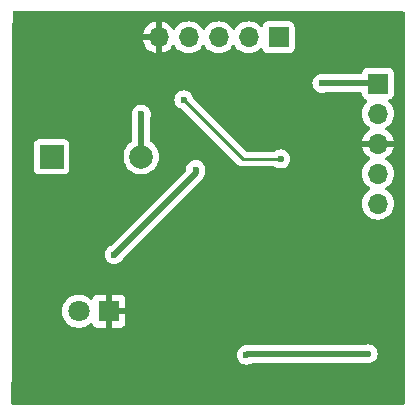
<source format=gbr>
%TF.GenerationSoftware,KiCad,Pcbnew,8.0.6*%
%TF.CreationDate,2024-10-18T13:40:27-03:00*%
%TF.ProjectId,FritzenLab-egg-timer,46726974-7a65-46e4-9c61-622d6567672d,rev?*%
%TF.SameCoordinates,Original*%
%TF.FileFunction,Copper,L2,Bot*%
%TF.FilePolarity,Positive*%
%FSLAX46Y46*%
G04 Gerber Fmt 4.6, Leading zero omitted, Abs format (unit mm)*
G04 Created by KiCad (PCBNEW 8.0.6) date 2024-10-18 13:40:27*
%MOMM*%
%LPD*%
G01*
G04 APERTURE LIST*
%TA.AperFunction,ComponentPad*%
%ADD10R,1.700000X1.700000*%
%TD*%
%TA.AperFunction,ComponentPad*%
%ADD11O,1.700000X1.700000*%
%TD*%
%TA.AperFunction,ComponentPad*%
%ADD12R,1.800000X1.800000*%
%TD*%
%TA.AperFunction,ComponentPad*%
%ADD13C,1.800000*%
%TD*%
%TA.AperFunction,ComponentPad*%
%ADD14R,2.000000X2.000000*%
%TD*%
%TA.AperFunction,ComponentPad*%
%ADD15C,2.000000*%
%TD*%
%TA.AperFunction,ViaPad*%
%ADD16C,0.600000*%
%TD*%
%TA.AperFunction,Conductor*%
%ADD17C,0.500000*%
%TD*%
%TA.AperFunction,Conductor*%
%ADD18C,0.250000*%
%TD*%
G04 APERTURE END LIST*
D10*
%TO.P,J1,1,Pin_1*%
%TO.N,VCC*%
X89720000Y-37800000D03*
D11*
%TO.P,J1,2,Pin_2*%
%TO.N,unconnected-(J1-Pin_2-Pad2)*%
X87180000Y-37800000D03*
%TO.P,J1,3,Pin_3*%
%TO.N,unconnected-(J1-Pin_3-Pad3)*%
X84640000Y-37800000D03*
%TO.P,J1,4,Pin_4*%
%TO.N,unconnected-(J1-Pin_4-Pad4)*%
X82100000Y-37800000D03*
%TO.P,J1,5,Pin_5*%
%TO.N,GND*%
X79560000Y-37800000D03*
%TD*%
D12*
%TO.P,D1,1,K*%
%TO.N,GND*%
X75340000Y-61000000D03*
D13*
%TO.P,D1,2,A*%
%TO.N,Net-(D1-A)*%
X72800000Y-61000000D03*
%TD*%
D14*
%TO.P,BZ1,1,+*%
%TO.N,VCC*%
X70500000Y-47900000D03*
D15*
%TO.P,BZ1,2,-*%
%TO.N,Net-(BZ1--)*%
X78100000Y-47900000D03*
%TD*%
D10*
%TO.P,J2,1,Pin_1*%
%TO.N,MCLR*%
X98125000Y-41720000D03*
D11*
%TO.P,J2,2,Pin_2*%
%TO.N,VCC*%
X98125000Y-44260000D03*
%TO.P,J2,3,Pin_3*%
%TO.N,GND*%
X98125000Y-46800000D03*
%TO.P,J2,4,Pin_4*%
%TO.N,Analog*%
X98125000Y-49340000D03*
%TO.P,J2,5,Pin_5*%
%TO.N,PGC*%
X98125000Y-51880000D03*
%TD*%
D16*
%TO.N,Net-(BZ1--)*%
X78100000Y-44300000D03*
%TO.N,GND*%
X95700000Y-43200000D03*
X83500000Y-42500000D03*
X91400000Y-42200000D03*
%TO.N,Analog*%
X97300000Y-64600000D03*
X87000000Y-64700000D03*
%TO.N,MCLR*%
X93400000Y-41700000D03*
%TO.N,LED*%
X82700000Y-49000000D03*
X75800000Y-56200000D03*
%TO.N,Buzzer*%
X81700000Y-43100000D03*
X89900000Y-48100000D03*
%TD*%
D17*
%TO.N,Net-(BZ1--)*%
X78100000Y-44300000D02*
X78100000Y-47900000D01*
%TO.N,Analog*%
X97300000Y-64600000D02*
X87100000Y-64600000D01*
X87100000Y-64600000D02*
X87000000Y-64700000D01*
%TO.N,MCLR*%
X93400000Y-41700000D02*
X98105000Y-41700000D01*
X98105000Y-41700000D02*
X98125000Y-41720000D01*
%TO.N,LED*%
X82700000Y-49300000D02*
X82700000Y-49000000D01*
X75800000Y-56200000D02*
X82700000Y-49300000D01*
D18*
%TO.N,Buzzer*%
X81700000Y-43100000D02*
X86700000Y-48100000D01*
X86700000Y-48100000D02*
X89900000Y-48100000D01*
%TD*%
%TA.AperFunction,Conductor*%
%TO.N,GND*%
G36*
X100343039Y-35620185D02*
G01*
X100388794Y-35672989D01*
X100400000Y-35724500D01*
X100400000Y-68776000D01*
X100380315Y-68843039D01*
X100327511Y-68888794D01*
X100276000Y-68900000D01*
X67224500Y-68900000D01*
X67157461Y-68880315D01*
X67111706Y-68827511D01*
X67100500Y-68776000D01*
X67100500Y-68733500D01*
X67100501Y-68733128D01*
X67110733Y-65325788D01*
X67112612Y-64699996D01*
X86194435Y-64699996D01*
X86194435Y-64700003D01*
X86214630Y-64879249D01*
X86214631Y-64879254D01*
X86274211Y-65049523D01*
X86370184Y-65202262D01*
X86497738Y-65329816D01*
X86650478Y-65425789D01*
X86820739Y-65485366D01*
X86820745Y-65485368D01*
X86820750Y-65485369D01*
X86999996Y-65505565D01*
X87000000Y-65505565D01*
X87000004Y-65505565D01*
X87179249Y-65485369D01*
X87179251Y-65485368D01*
X87179255Y-65485368D01*
X87179258Y-65485366D01*
X87179262Y-65485366D01*
X87269377Y-65453832D01*
X87349522Y-65425789D01*
X87439096Y-65369505D01*
X87505068Y-65350500D01*
X97000028Y-65350500D01*
X97040983Y-65357458D01*
X97120745Y-65385368D01*
X97120750Y-65385369D01*
X97299996Y-65405565D01*
X97300000Y-65405565D01*
X97300004Y-65405565D01*
X97479249Y-65385369D01*
X97479252Y-65385368D01*
X97479255Y-65385368D01*
X97649522Y-65325789D01*
X97802262Y-65229816D01*
X97929816Y-65102262D01*
X98025789Y-64949522D01*
X98085368Y-64779255D01*
X98085369Y-64779249D01*
X98105565Y-64600003D01*
X98105565Y-64599996D01*
X98085369Y-64420750D01*
X98085368Y-64420745D01*
X98025789Y-64250478D01*
X97929816Y-64097738D01*
X97802262Y-63970184D01*
X97775764Y-63953534D01*
X97649523Y-63874211D01*
X97479254Y-63814631D01*
X97479249Y-63814630D01*
X97300004Y-63794435D01*
X97299996Y-63794435D01*
X97120750Y-63814630D01*
X97120745Y-63814631D01*
X97040983Y-63842542D01*
X97000028Y-63849500D01*
X87026080Y-63849500D01*
X86881092Y-63878340D01*
X86881086Y-63878342D01*
X86744501Y-63934917D01*
X86737493Y-63939600D01*
X86709567Y-63953534D01*
X86650481Y-63974210D01*
X86650478Y-63974211D01*
X86497737Y-64070184D01*
X86370184Y-64197737D01*
X86274211Y-64350476D01*
X86214631Y-64520745D01*
X86214630Y-64520750D01*
X86194435Y-64699996D01*
X67112612Y-64699996D01*
X67123724Y-60999993D01*
X71394700Y-60999993D01*
X71394700Y-61000006D01*
X71413864Y-61231297D01*
X71413866Y-61231308D01*
X71470842Y-61456300D01*
X71564075Y-61668848D01*
X71691016Y-61863147D01*
X71691019Y-61863151D01*
X71691021Y-61863153D01*
X71848216Y-62033913D01*
X71848219Y-62033915D01*
X71848222Y-62033918D01*
X72031365Y-62176464D01*
X72031371Y-62176468D01*
X72031374Y-62176470D01*
X72235497Y-62286936D01*
X72349487Y-62326068D01*
X72455015Y-62362297D01*
X72455017Y-62362297D01*
X72455019Y-62362298D01*
X72683951Y-62400500D01*
X72683952Y-62400500D01*
X72916048Y-62400500D01*
X72916049Y-62400500D01*
X73144981Y-62362298D01*
X73364503Y-62286936D01*
X73568626Y-62176470D01*
X73751784Y-62033913D01*
X73760511Y-62024432D01*
X73820394Y-61988441D01*
X73890232Y-61990538D01*
X73947850Y-62030060D01*
X73967924Y-62065080D01*
X73996645Y-62142086D01*
X73996649Y-62142093D01*
X74082809Y-62257187D01*
X74082812Y-62257190D01*
X74197906Y-62343350D01*
X74197913Y-62343354D01*
X74332620Y-62393596D01*
X74332627Y-62393598D01*
X74392155Y-62399999D01*
X74392172Y-62400000D01*
X75090000Y-62400000D01*
X75090000Y-61375277D01*
X75166306Y-61419333D01*
X75280756Y-61450000D01*
X75399244Y-61450000D01*
X75513694Y-61419333D01*
X75590000Y-61375277D01*
X75590000Y-62400000D01*
X76287828Y-62400000D01*
X76287844Y-62399999D01*
X76347372Y-62393598D01*
X76347379Y-62393596D01*
X76482086Y-62343354D01*
X76482093Y-62343350D01*
X76597187Y-62257190D01*
X76597190Y-62257187D01*
X76683350Y-62142093D01*
X76683354Y-62142086D01*
X76733596Y-62007379D01*
X76733598Y-62007372D01*
X76739999Y-61947844D01*
X76740000Y-61947827D01*
X76740000Y-61250000D01*
X75715278Y-61250000D01*
X75759333Y-61173694D01*
X75790000Y-61059244D01*
X75790000Y-60940756D01*
X75759333Y-60826306D01*
X75715278Y-60750000D01*
X76740000Y-60750000D01*
X76740000Y-60052172D01*
X76739999Y-60052155D01*
X76733598Y-59992627D01*
X76733596Y-59992620D01*
X76683354Y-59857913D01*
X76683350Y-59857906D01*
X76597190Y-59742812D01*
X76597187Y-59742809D01*
X76482093Y-59656649D01*
X76482086Y-59656645D01*
X76347379Y-59606403D01*
X76347372Y-59606401D01*
X76287844Y-59600000D01*
X75590000Y-59600000D01*
X75590000Y-60624722D01*
X75513694Y-60580667D01*
X75399244Y-60550000D01*
X75280756Y-60550000D01*
X75166306Y-60580667D01*
X75090000Y-60624722D01*
X75090000Y-59600000D01*
X74392155Y-59600000D01*
X74332627Y-59606401D01*
X74332620Y-59606403D01*
X74197913Y-59656645D01*
X74197906Y-59656649D01*
X74082812Y-59742809D01*
X74082809Y-59742812D01*
X73996649Y-59857906D01*
X73996646Y-59857911D01*
X73967924Y-59934920D01*
X73926052Y-59990853D01*
X73860588Y-60015270D01*
X73792315Y-60000418D01*
X73760514Y-59975571D01*
X73751784Y-59966087D01*
X73751779Y-59966083D01*
X73751777Y-59966081D01*
X73568634Y-59823535D01*
X73568628Y-59823531D01*
X73364504Y-59713064D01*
X73364495Y-59713061D01*
X73144984Y-59637702D01*
X72957404Y-59606401D01*
X72916049Y-59599500D01*
X72683951Y-59599500D01*
X72642596Y-59606401D01*
X72455015Y-59637702D01*
X72235504Y-59713061D01*
X72235495Y-59713064D01*
X72031371Y-59823531D01*
X72031365Y-59823535D01*
X71848222Y-59966081D01*
X71848219Y-59966084D01*
X71848216Y-59966086D01*
X71848216Y-59966087D01*
X71823791Y-59992620D01*
X71691016Y-60136852D01*
X71564075Y-60331151D01*
X71470842Y-60543699D01*
X71413866Y-60768691D01*
X71413864Y-60768702D01*
X71394700Y-60999993D01*
X67123724Y-60999993D01*
X67138138Y-56199996D01*
X74994435Y-56199996D01*
X74994435Y-56200003D01*
X75014630Y-56379249D01*
X75014631Y-56379254D01*
X75074211Y-56549523D01*
X75170184Y-56702262D01*
X75297738Y-56829816D01*
X75450478Y-56925789D01*
X75620745Y-56985368D01*
X75620750Y-56985369D01*
X75799996Y-57005565D01*
X75800000Y-57005565D01*
X75800004Y-57005565D01*
X75979249Y-56985369D01*
X75979252Y-56985368D01*
X75979255Y-56985368D01*
X76149522Y-56925789D01*
X76302262Y-56829816D01*
X76429816Y-56702262D01*
X76525789Y-56549522D01*
X76525790Y-56549520D01*
X76528812Y-56543245D01*
X76530652Y-56544131D01*
X76553307Y-56508058D01*
X83282952Y-49778415D01*
X83318115Y-49725789D01*
X83365084Y-49655495D01*
X83398257Y-49575408D01*
X83421659Y-49518912D01*
X83450500Y-49373917D01*
X83450500Y-49299972D01*
X83457458Y-49259017D01*
X83485368Y-49179254D01*
X83485369Y-49179249D01*
X83505565Y-49000003D01*
X83505565Y-48999996D01*
X83485369Y-48820750D01*
X83485368Y-48820745D01*
X83458691Y-48744506D01*
X83425789Y-48650478D01*
X83416011Y-48634917D01*
X83330441Y-48498733D01*
X83329816Y-48497738D01*
X83202262Y-48370184D01*
X83049523Y-48274211D01*
X82879254Y-48214631D01*
X82879249Y-48214630D01*
X82700004Y-48194435D01*
X82699996Y-48194435D01*
X82520750Y-48214630D01*
X82520745Y-48214631D01*
X82350476Y-48274211D01*
X82197737Y-48370184D01*
X82070184Y-48497737D01*
X81974211Y-48650476D01*
X81914631Y-48820745D01*
X81914630Y-48820749D01*
X81893680Y-49006693D01*
X81866613Y-49071107D01*
X81858141Y-49080490D01*
X75491939Y-55446692D01*
X75455872Y-55469359D01*
X75456753Y-55471188D01*
X75450483Y-55474207D01*
X75297737Y-55570184D01*
X75170184Y-55697737D01*
X75074211Y-55850476D01*
X75014631Y-56020745D01*
X75014630Y-56020750D01*
X74994435Y-56199996D01*
X67138138Y-56199996D01*
X67166210Y-46852135D01*
X68999500Y-46852135D01*
X68999500Y-48947870D01*
X68999501Y-48947876D01*
X69005908Y-49007483D01*
X69056202Y-49142328D01*
X69056206Y-49142335D01*
X69142452Y-49257544D01*
X69142455Y-49257547D01*
X69257664Y-49343793D01*
X69257671Y-49343797D01*
X69392517Y-49394091D01*
X69392516Y-49394091D01*
X69399444Y-49394835D01*
X69452127Y-49400500D01*
X71547872Y-49400499D01*
X71607483Y-49394091D01*
X71742331Y-49343796D01*
X71857546Y-49257546D01*
X71943796Y-49142331D01*
X71994091Y-49007483D01*
X72000500Y-48947873D01*
X72000499Y-47899994D01*
X76594357Y-47899994D01*
X76594357Y-47900005D01*
X76614890Y-48147812D01*
X76614892Y-48147824D01*
X76675936Y-48388881D01*
X76775826Y-48616606D01*
X76911833Y-48824782D01*
X76911836Y-48824785D01*
X77080256Y-49007738D01*
X77276491Y-49160474D01*
X77495190Y-49278828D01*
X77730386Y-49359571D01*
X77975665Y-49400500D01*
X78224335Y-49400500D01*
X78469614Y-49359571D01*
X78704810Y-49278828D01*
X78923509Y-49160474D01*
X79119744Y-49007738D01*
X79288164Y-48824785D01*
X79424173Y-48616607D01*
X79524063Y-48388881D01*
X79585108Y-48147821D01*
X79585109Y-48147812D01*
X79605643Y-47900005D01*
X79605643Y-47899994D01*
X79585109Y-47652187D01*
X79585107Y-47652175D01*
X79524063Y-47411118D01*
X79424173Y-47183393D01*
X79288166Y-46975217D01*
X79187464Y-46865826D01*
X79119744Y-46792262D01*
X78923509Y-46639526D01*
X78915477Y-46635179D01*
X78865891Y-46585961D01*
X78850500Y-46526128D01*
X78850500Y-44599972D01*
X78857458Y-44559017D01*
X78879716Y-44495408D01*
X78885368Y-44479255D01*
X78905565Y-44300000D01*
X78901058Y-44260000D01*
X78885369Y-44120750D01*
X78885368Y-44120745D01*
X78851724Y-44024596D01*
X78825789Y-43950478D01*
X78805216Y-43917737D01*
X78784877Y-43885367D01*
X78729816Y-43797738D01*
X78602262Y-43670184D01*
X78449523Y-43574211D01*
X78279254Y-43514631D01*
X78279249Y-43514630D01*
X78100004Y-43494435D01*
X78099996Y-43494435D01*
X77920750Y-43514630D01*
X77920745Y-43514631D01*
X77750476Y-43574211D01*
X77597737Y-43670184D01*
X77470184Y-43797737D01*
X77374211Y-43950476D01*
X77314631Y-44120745D01*
X77314630Y-44120750D01*
X77294435Y-44299996D01*
X77294435Y-44300003D01*
X77314630Y-44479249D01*
X77314631Y-44479254D01*
X77342542Y-44559017D01*
X77349500Y-44599972D01*
X77349500Y-46526128D01*
X77329815Y-46593167D01*
X77284522Y-46635179D01*
X77276491Y-46639526D01*
X77154887Y-46734174D01*
X77080257Y-46792261D01*
X76911833Y-46975217D01*
X76775826Y-47183393D01*
X76675936Y-47411118D01*
X76614892Y-47652175D01*
X76614890Y-47652187D01*
X76594357Y-47899994D01*
X72000499Y-47899994D01*
X72000499Y-46852128D01*
X71994091Y-46792517D01*
X71972330Y-46734174D01*
X71943797Y-46657671D01*
X71943793Y-46657664D01*
X71857547Y-46542455D01*
X71857544Y-46542452D01*
X71742335Y-46456206D01*
X71742328Y-46456202D01*
X71607482Y-46405908D01*
X71607483Y-46405908D01*
X71547883Y-46399501D01*
X71547881Y-46399500D01*
X71547873Y-46399500D01*
X71547864Y-46399500D01*
X69452129Y-46399500D01*
X69452123Y-46399501D01*
X69392516Y-46405908D01*
X69257671Y-46456202D01*
X69257664Y-46456206D01*
X69142455Y-46542452D01*
X69142452Y-46542455D01*
X69056206Y-46657664D01*
X69056202Y-46657671D01*
X69005908Y-46792517D01*
X68999501Y-46852116D01*
X68999501Y-46852123D01*
X68999500Y-46852135D01*
X67166210Y-46852135D01*
X67177478Y-43099996D01*
X80894435Y-43099996D01*
X80894435Y-43100003D01*
X80914630Y-43279249D01*
X80914631Y-43279254D01*
X80974211Y-43449523D01*
X81015122Y-43514632D01*
X81070184Y-43602262D01*
X81197738Y-43729816D01*
X81288080Y-43786582D01*
X81305833Y-43797737D01*
X81350478Y-43825789D01*
X81520745Y-43885368D01*
X81567823Y-43890672D01*
X81632236Y-43917737D01*
X81641621Y-43926211D01*
X86211016Y-48495606D01*
X86211045Y-48495637D01*
X86301263Y-48585855D01*
X86301267Y-48585858D01*
X86374687Y-48634916D01*
X86374688Y-48634917D01*
X86403709Y-48654309D01*
X86403712Y-48654310D01*
X86403715Y-48654312D01*
X86458825Y-48677139D01*
X86517548Y-48701463D01*
X86547215Y-48707363D01*
X86573980Y-48712688D01*
X86574000Y-48712691D01*
X86574022Y-48712696D01*
X86638391Y-48725499D01*
X86638392Y-48725500D01*
X86638393Y-48725500D01*
X86638394Y-48725500D01*
X89355145Y-48725500D01*
X89421117Y-48744506D01*
X89542450Y-48820745D01*
X89550478Y-48825789D01*
X89694930Y-48876335D01*
X89720745Y-48885368D01*
X89720750Y-48885369D01*
X89899996Y-48905565D01*
X89900000Y-48905565D01*
X89900004Y-48905565D01*
X90079249Y-48885369D01*
X90079252Y-48885368D01*
X90079255Y-48885368D01*
X90249522Y-48825789D01*
X90402262Y-48729816D01*
X90529816Y-48602262D01*
X90625789Y-48449522D01*
X90685368Y-48279255D01*
X90685369Y-48279249D01*
X90705565Y-48100003D01*
X90705565Y-48099996D01*
X90685369Y-47920750D01*
X90685368Y-47920745D01*
X90625788Y-47750476D01*
X90575901Y-47671082D01*
X90529816Y-47597738D01*
X90402262Y-47470184D01*
X90378883Y-47455494D01*
X90249523Y-47374211D01*
X90079254Y-47314631D01*
X90079249Y-47314630D01*
X89900004Y-47294435D01*
X89899996Y-47294435D01*
X89720750Y-47314630D01*
X89720745Y-47314631D01*
X89550476Y-47374211D01*
X89421117Y-47455494D01*
X89355145Y-47474500D01*
X87010452Y-47474500D01*
X86943413Y-47454815D01*
X86922771Y-47438181D01*
X82526211Y-43041621D01*
X82492726Y-42980298D01*
X82490673Y-42967838D01*
X82485368Y-42920745D01*
X82425789Y-42750478D01*
X82329816Y-42597738D01*
X82202262Y-42470184D01*
X82131608Y-42425789D01*
X82049523Y-42374211D01*
X81879254Y-42314631D01*
X81879249Y-42314630D01*
X81700004Y-42294435D01*
X81699996Y-42294435D01*
X81520750Y-42314630D01*
X81520745Y-42314631D01*
X81350476Y-42374211D01*
X81197737Y-42470184D01*
X81070184Y-42597737D01*
X80974211Y-42750476D01*
X80914631Y-42920745D01*
X80914630Y-42920750D01*
X80894435Y-43099996D01*
X67177478Y-43099996D01*
X67181682Y-41699996D01*
X92594435Y-41699996D01*
X92594435Y-41700003D01*
X92614630Y-41879249D01*
X92614631Y-41879254D01*
X92674211Y-42049523D01*
X92770184Y-42202262D01*
X92897738Y-42329816D01*
X93050478Y-42425789D01*
X93220745Y-42485368D01*
X93220750Y-42485369D01*
X93399996Y-42505565D01*
X93400000Y-42505565D01*
X93400004Y-42505565D01*
X93579249Y-42485369D01*
X93579252Y-42485368D01*
X93579255Y-42485368D01*
X93659017Y-42457457D01*
X93699972Y-42450500D01*
X96650501Y-42450500D01*
X96717540Y-42470185D01*
X96763295Y-42522989D01*
X96774501Y-42574500D01*
X96774501Y-42617876D01*
X96780908Y-42677483D01*
X96831202Y-42812328D01*
X96831206Y-42812335D01*
X96917452Y-42927544D01*
X96917455Y-42927547D01*
X97032664Y-43013793D01*
X97032671Y-43013797D01*
X97164081Y-43062810D01*
X97220015Y-43104681D01*
X97244432Y-43170145D01*
X97229580Y-43238418D01*
X97208430Y-43266673D01*
X97086503Y-43388600D01*
X96950965Y-43582169D01*
X96950964Y-43582171D01*
X96851098Y-43796335D01*
X96851094Y-43796344D01*
X96789938Y-44024586D01*
X96789936Y-44024596D01*
X96769341Y-44259999D01*
X96769341Y-44260000D01*
X96789936Y-44495403D01*
X96789938Y-44495413D01*
X96851094Y-44723655D01*
X96851096Y-44723659D01*
X96851097Y-44723663D01*
X96950965Y-44937830D01*
X96950967Y-44937834D01*
X97086501Y-45131395D01*
X97086506Y-45131402D01*
X97253597Y-45298493D01*
X97253603Y-45298498D01*
X97439594Y-45428730D01*
X97483219Y-45483307D01*
X97490413Y-45552805D01*
X97458890Y-45615160D01*
X97439595Y-45631880D01*
X97253922Y-45761890D01*
X97253920Y-45761891D01*
X97086891Y-45928920D01*
X97086886Y-45928926D01*
X96951400Y-46122420D01*
X96951399Y-46122422D01*
X96851570Y-46336507D01*
X96851567Y-46336513D01*
X96794364Y-46549999D01*
X96794364Y-46550000D01*
X97691988Y-46550000D01*
X97659075Y-46607007D01*
X97625000Y-46734174D01*
X97625000Y-46865826D01*
X97659075Y-46992993D01*
X97691988Y-47050000D01*
X96794364Y-47050000D01*
X96851567Y-47263486D01*
X96851570Y-47263492D01*
X96951399Y-47477578D01*
X97086894Y-47671082D01*
X97253917Y-47838105D01*
X97439595Y-47968119D01*
X97483219Y-48022696D01*
X97490412Y-48092195D01*
X97458890Y-48154549D01*
X97439595Y-48171269D01*
X97253594Y-48301508D01*
X97086505Y-48468597D01*
X96950965Y-48662169D01*
X96950964Y-48662171D01*
X96851098Y-48876335D01*
X96851094Y-48876344D01*
X96789938Y-49104586D01*
X96789936Y-49104596D01*
X96769341Y-49339999D01*
X96769341Y-49340000D01*
X96789936Y-49575403D01*
X96789938Y-49575413D01*
X96851094Y-49803655D01*
X96851096Y-49803659D01*
X96851097Y-49803663D01*
X96950965Y-50017830D01*
X96950967Y-50017834D01*
X97086501Y-50211395D01*
X97086506Y-50211402D01*
X97253597Y-50378493D01*
X97253603Y-50378498D01*
X97439158Y-50508425D01*
X97482783Y-50563002D01*
X97489977Y-50632500D01*
X97458454Y-50694855D01*
X97439158Y-50711575D01*
X97253597Y-50841505D01*
X97086505Y-51008597D01*
X96950965Y-51202169D01*
X96950964Y-51202171D01*
X96851098Y-51416335D01*
X96851094Y-51416344D01*
X96789938Y-51644586D01*
X96789936Y-51644596D01*
X96769341Y-51879999D01*
X96769341Y-51880000D01*
X96789936Y-52115403D01*
X96789938Y-52115413D01*
X96851094Y-52343655D01*
X96851096Y-52343659D01*
X96851097Y-52343663D01*
X96950965Y-52557830D01*
X96950967Y-52557834D01*
X97059281Y-52712521D01*
X97086505Y-52751401D01*
X97253599Y-52918495D01*
X97350384Y-52986265D01*
X97447165Y-53054032D01*
X97447167Y-53054033D01*
X97447170Y-53054035D01*
X97661337Y-53153903D01*
X97889592Y-53215063D01*
X98077918Y-53231539D01*
X98124999Y-53235659D01*
X98125000Y-53235659D01*
X98125001Y-53235659D01*
X98164234Y-53232226D01*
X98360408Y-53215063D01*
X98588663Y-53153903D01*
X98802830Y-53054035D01*
X98996401Y-52918495D01*
X99163495Y-52751401D01*
X99299035Y-52557830D01*
X99398903Y-52343663D01*
X99460063Y-52115408D01*
X99480659Y-51880000D01*
X99460063Y-51644592D01*
X99398903Y-51416337D01*
X99299035Y-51202171D01*
X99163495Y-51008599D01*
X99163494Y-51008597D01*
X98996402Y-50841506D01*
X98996396Y-50841501D01*
X98810842Y-50711575D01*
X98767217Y-50656998D01*
X98760023Y-50587500D01*
X98791546Y-50525145D01*
X98810842Y-50508425D01*
X98833026Y-50492891D01*
X98996401Y-50378495D01*
X99163495Y-50211401D01*
X99299035Y-50017830D01*
X99398903Y-49803663D01*
X99460063Y-49575408D01*
X99480659Y-49340000D01*
X99460063Y-49104592D01*
X99398903Y-48876337D01*
X99299035Y-48662171D01*
X99290847Y-48650476D01*
X99163494Y-48468597D01*
X98996402Y-48301506D01*
X98996401Y-48301505D01*
X98810405Y-48171269D01*
X98766781Y-48116692D01*
X98759588Y-48047193D01*
X98791110Y-47984839D01*
X98810405Y-47968119D01*
X98996082Y-47838105D01*
X99163105Y-47671082D01*
X99298600Y-47477578D01*
X99398429Y-47263492D01*
X99398432Y-47263486D01*
X99455636Y-47050000D01*
X98558012Y-47050000D01*
X98590925Y-46992993D01*
X98625000Y-46865826D01*
X98625000Y-46734174D01*
X98590925Y-46607007D01*
X98558012Y-46550000D01*
X99455636Y-46550000D01*
X99455635Y-46549999D01*
X99398432Y-46336513D01*
X99398429Y-46336507D01*
X99298600Y-46122422D01*
X99298599Y-46122420D01*
X99163113Y-45928926D01*
X99163108Y-45928920D01*
X98996078Y-45761890D01*
X98810405Y-45631879D01*
X98766780Y-45577302D01*
X98759588Y-45507804D01*
X98791110Y-45445449D01*
X98810406Y-45428730D01*
X98996401Y-45298495D01*
X99163495Y-45131401D01*
X99299035Y-44937830D01*
X99398903Y-44723663D01*
X99460063Y-44495408D01*
X99480659Y-44260000D01*
X99460063Y-44024592D01*
X99406794Y-43825788D01*
X99398905Y-43796344D01*
X99398904Y-43796343D01*
X99398903Y-43796337D01*
X99299035Y-43582171D01*
X99293461Y-43574211D01*
X99163496Y-43388600D01*
X99163495Y-43388599D01*
X99041567Y-43266671D01*
X99008084Y-43205351D01*
X99013068Y-43135659D01*
X99054939Y-43079725D01*
X99085915Y-43062810D01*
X99217331Y-43013796D01*
X99332546Y-42927546D01*
X99418796Y-42812331D01*
X99469091Y-42677483D01*
X99475500Y-42617873D01*
X99475499Y-40822128D01*
X99469091Y-40762517D01*
X99418796Y-40627669D01*
X99418795Y-40627668D01*
X99418793Y-40627664D01*
X99332547Y-40512455D01*
X99332544Y-40512452D01*
X99217335Y-40426206D01*
X99217328Y-40426202D01*
X99082482Y-40375908D01*
X99082483Y-40375908D01*
X99022883Y-40369501D01*
X99022881Y-40369500D01*
X99022873Y-40369500D01*
X99022864Y-40369500D01*
X97227129Y-40369500D01*
X97227123Y-40369501D01*
X97167516Y-40375908D01*
X97032671Y-40426202D01*
X97032664Y-40426206D01*
X96917455Y-40512452D01*
X96917452Y-40512455D01*
X96831206Y-40627664D01*
X96831202Y-40627671D01*
X96780908Y-40762517D01*
X96774501Y-40822116D01*
X96774501Y-40822123D01*
X96774500Y-40822135D01*
X96774500Y-40825500D01*
X96754815Y-40892539D01*
X96702011Y-40938294D01*
X96650500Y-40949500D01*
X93699972Y-40949500D01*
X93659017Y-40942542D01*
X93579254Y-40914631D01*
X93579249Y-40914630D01*
X93400004Y-40894435D01*
X93399996Y-40894435D01*
X93220750Y-40914630D01*
X93220745Y-40914631D01*
X93050476Y-40974211D01*
X92897737Y-41070184D01*
X92770184Y-41197737D01*
X92674211Y-41350476D01*
X92614631Y-41520745D01*
X92614630Y-41520750D01*
X92594435Y-41699996D01*
X67181682Y-41699996D01*
X67194144Y-37549999D01*
X78229364Y-37549999D01*
X78229364Y-37550000D01*
X79126988Y-37550000D01*
X79094075Y-37607007D01*
X79060000Y-37734174D01*
X79060000Y-37865826D01*
X79094075Y-37992993D01*
X79126988Y-38050000D01*
X78229364Y-38050000D01*
X78286567Y-38263486D01*
X78286570Y-38263492D01*
X78386399Y-38477578D01*
X78521894Y-38671082D01*
X78688917Y-38838105D01*
X78882421Y-38973600D01*
X79096507Y-39073429D01*
X79096516Y-39073433D01*
X79310000Y-39130634D01*
X79310000Y-38233012D01*
X79367007Y-38265925D01*
X79494174Y-38300000D01*
X79625826Y-38300000D01*
X79752993Y-38265925D01*
X79810000Y-38233012D01*
X79810000Y-39130633D01*
X80023483Y-39073433D01*
X80023492Y-39073429D01*
X80237578Y-38973600D01*
X80431082Y-38838105D01*
X80598105Y-38671082D01*
X80728119Y-38485405D01*
X80782696Y-38441781D01*
X80852195Y-38434588D01*
X80914549Y-38466110D01*
X80931269Y-38485405D01*
X81061505Y-38671401D01*
X81228599Y-38838495D01*
X81325384Y-38906265D01*
X81422165Y-38974032D01*
X81422167Y-38974033D01*
X81422170Y-38974035D01*
X81636337Y-39073903D01*
X81864592Y-39135063D01*
X82041034Y-39150500D01*
X82099999Y-39155659D01*
X82100000Y-39155659D01*
X82100001Y-39155659D01*
X82158966Y-39150500D01*
X82335408Y-39135063D01*
X82563663Y-39073903D01*
X82777830Y-38974035D01*
X82971401Y-38838495D01*
X83138495Y-38671401D01*
X83268425Y-38485842D01*
X83323002Y-38442217D01*
X83392500Y-38435023D01*
X83454855Y-38466546D01*
X83471575Y-38485842D01*
X83601281Y-38671082D01*
X83601505Y-38671401D01*
X83768599Y-38838495D01*
X83865384Y-38906265D01*
X83962165Y-38974032D01*
X83962167Y-38974033D01*
X83962170Y-38974035D01*
X84176337Y-39073903D01*
X84404592Y-39135063D01*
X84581034Y-39150500D01*
X84639999Y-39155659D01*
X84640000Y-39155659D01*
X84640001Y-39155659D01*
X84698966Y-39150500D01*
X84875408Y-39135063D01*
X85103663Y-39073903D01*
X85317830Y-38974035D01*
X85511401Y-38838495D01*
X85678495Y-38671401D01*
X85808425Y-38485842D01*
X85863002Y-38442217D01*
X85932500Y-38435023D01*
X85994855Y-38466546D01*
X86011575Y-38485842D01*
X86141281Y-38671082D01*
X86141505Y-38671401D01*
X86308599Y-38838495D01*
X86405384Y-38906265D01*
X86502165Y-38974032D01*
X86502167Y-38974033D01*
X86502170Y-38974035D01*
X86716337Y-39073903D01*
X86944592Y-39135063D01*
X87121034Y-39150500D01*
X87179999Y-39155659D01*
X87180000Y-39155659D01*
X87180001Y-39155659D01*
X87238966Y-39150500D01*
X87415408Y-39135063D01*
X87643663Y-39073903D01*
X87857830Y-38974035D01*
X88051401Y-38838495D01*
X88173329Y-38716566D01*
X88234648Y-38683084D01*
X88304340Y-38688068D01*
X88360274Y-38729939D01*
X88377189Y-38760917D01*
X88426202Y-38892328D01*
X88426206Y-38892335D01*
X88512452Y-39007544D01*
X88512455Y-39007547D01*
X88627664Y-39093793D01*
X88627671Y-39093797D01*
X88762517Y-39144091D01*
X88762516Y-39144091D01*
X88769444Y-39144835D01*
X88822127Y-39150500D01*
X90617872Y-39150499D01*
X90677483Y-39144091D01*
X90812331Y-39093796D01*
X90927546Y-39007546D01*
X91013796Y-38892331D01*
X91064091Y-38757483D01*
X91070500Y-38697873D01*
X91070499Y-36902128D01*
X91064091Y-36842517D01*
X91062810Y-36839083D01*
X91013797Y-36707671D01*
X91013793Y-36707664D01*
X90927547Y-36592455D01*
X90927544Y-36592452D01*
X90812335Y-36506206D01*
X90812328Y-36506202D01*
X90677482Y-36455908D01*
X90677483Y-36455908D01*
X90617883Y-36449501D01*
X90617881Y-36449500D01*
X90617873Y-36449500D01*
X90617864Y-36449500D01*
X88822129Y-36449500D01*
X88822123Y-36449501D01*
X88762516Y-36455908D01*
X88627671Y-36506202D01*
X88627664Y-36506206D01*
X88512455Y-36592452D01*
X88512452Y-36592455D01*
X88426206Y-36707664D01*
X88426203Y-36707669D01*
X88377189Y-36839083D01*
X88335317Y-36895016D01*
X88269853Y-36919433D01*
X88201580Y-36904581D01*
X88173326Y-36883430D01*
X88051402Y-36761506D01*
X88051395Y-36761501D01*
X87857834Y-36625967D01*
X87857830Y-36625965D01*
X87857828Y-36625964D01*
X87643663Y-36526097D01*
X87643659Y-36526096D01*
X87643655Y-36526094D01*
X87415413Y-36464938D01*
X87415403Y-36464936D01*
X87180001Y-36444341D01*
X87179999Y-36444341D01*
X86944596Y-36464936D01*
X86944586Y-36464938D01*
X86716344Y-36526094D01*
X86716335Y-36526098D01*
X86502171Y-36625964D01*
X86502169Y-36625965D01*
X86308597Y-36761505D01*
X86141505Y-36928597D01*
X86011575Y-37114158D01*
X85956998Y-37157783D01*
X85887500Y-37164977D01*
X85825145Y-37133454D01*
X85808425Y-37114158D01*
X85678494Y-36928597D01*
X85511402Y-36761506D01*
X85511395Y-36761501D01*
X85317834Y-36625967D01*
X85317830Y-36625965D01*
X85317828Y-36625964D01*
X85103663Y-36526097D01*
X85103659Y-36526096D01*
X85103655Y-36526094D01*
X84875413Y-36464938D01*
X84875403Y-36464936D01*
X84640001Y-36444341D01*
X84639999Y-36444341D01*
X84404596Y-36464936D01*
X84404586Y-36464938D01*
X84176344Y-36526094D01*
X84176335Y-36526098D01*
X83962171Y-36625964D01*
X83962169Y-36625965D01*
X83768597Y-36761505D01*
X83601505Y-36928597D01*
X83471575Y-37114158D01*
X83416998Y-37157783D01*
X83347500Y-37164977D01*
X83285145Y-37133454D01*
X83268425Y-37114158D01*
X83138494Y-36928597D01*
X82971402Y-36761506D01*
X82971395Y-36761501D01*
X82777834Y-36625967D01*
X82777830Y-36625965D01*
X82777828Y-36625964D01*
X82563663Y-36526097D01*
X82563659Y-36526096D01*
X82563655Y-36526094D01*
X82335413Y-36464938D01*
X82335403Y-36464936D01*
X82100001Y-36444341D01*
X82099999Y-36444341D01*
X81864596Y-36464936D01*
X81864586Y-36464938D01*
X81636344Y-36526094D01*
X81636335Y-36526098D01*
X81422171Y-36625964D01*
X81422169Y-36625965D01*
X81228597Y-36761505D01*
X81061508Y-36928594D01*
X80931269Y-37114595D01*
X80876692Y-37158219D01*
X80807193Y-37165412D01*
X80744839Y-37133890D01*
X80728119Y-37114594D01*
X80598113Y-36928926D01*
X80598108Y-36928920D01*
X80431082Y-36761894D01*
X80237578Y-36626399D01*
X80023492Y-36526570D01*
X80023486Y-36526567D01*
X79810000Y-36469364D01*
X79810000Y-37366988D01*
X79752993Y-37334075D01*
X79625826Y-37300000D01*
X79494174Y-37300000D01*
X79367007Y-37334075D01*
X79310000Y-37366988D01*
X79310000Y-36469364D01*
X79309999Y-36469364D01*
X79096513Y-36526567D01*
X79096507Y-36526570D01*
X78882422Y-36626399D01*
X78882420Y-36626400D01*
X78688926Y-36761886D01*
X78688920Y-36761891D01*
X78521891Y-36928920D01*
X78521886Y-36928926D01*
X78386400Y-37122420D01*
X78386399Y-37122422D01*
X78286570Y-37336507D01*
X78286567Y-37336513D01*
X78229364Y-37549999D01*
X67194144Y-37549999D01*
X67199627Y-35724127D01*
X67219512Y-35657148D01*
X67272453Y-35611551D01*
X67323626Y-35600500D01*
X100276000Y-35600500D01*
X100343039Y-35620185D01*
G37*
%TD.AperFunction*%
%TD*%
M02*

</source>
